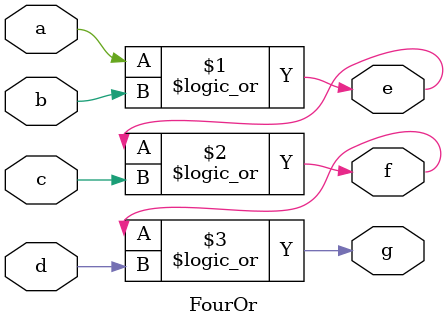
<source format=v>
`timescale 1ns / 1ps


module FourOr(
    input a,b,c,d,
    output e,f,g
    );
    assign e=a||b;
    assign f=e||c;
    assign g=f||d;
endmodule

</source>
